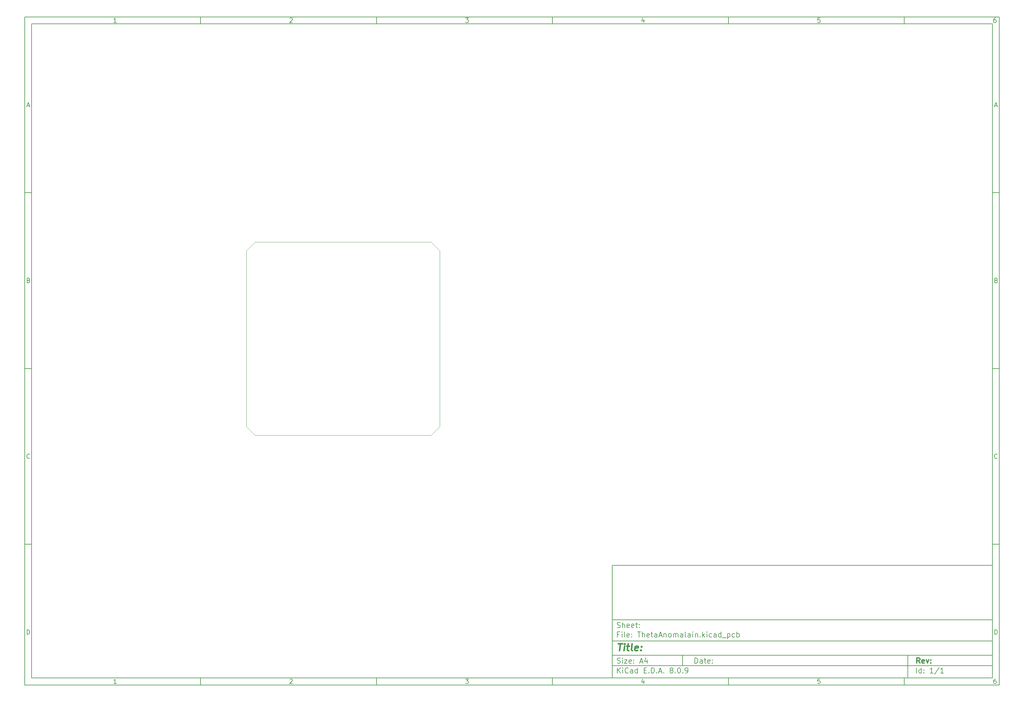
<source format=gbr>
%TF.GenerationSoftware,KiCad,Pcbnew,8.0.9-8.0.9-0~ubuntu24.04.1*%
%TF.CreationDate,2025-05-06T11:39:43+05:00*%
%TF.ProjectId,ThetaAnomalain,54686574-6141-46e6-9f6d-616c61696e2e,rev?*%
%TF.SameCoordinates,Original*%
%TF.FileFunction,Profile,NP*%
%FSLAX46Y46*%
G04 Gerber Fmt 4.6, Leading zero omitted, Abs format (unit mm)*
G04 Created by KiCad (PCBNEW 8.0.9-8.0.9-0~ubuntu24.04.1) date 2025-05-06 11:39:43*
%MOMM*%
%LPD*%
G01*
G04 APERTURE LIST*
%ADD10C,0.100000*%
%ADD11C,0.150000*%
%ADD12C,0.300000*%
%ADD13C,0.400000*%
%TA.AperFunction,Profile*%
%ADD14C,0.050000*%
%TD*%
G04 APERTURE END LIST*
D10*
D11*
X177002200Y-166007200D02*
X285002200Y-166007200D01*
X285002200Y-198007200D01*
X177002200Y-198007200D01*
X177002200Y-166007200D01*
D10*
D11*
X10000000Y-10000000D02*
X287002200Y-10000000D01*
X287002200Y-200007200D01*
X10000000Y-200007200D01*
X10000000Y-10000000D01*
D10*
D11*
X12000000Y-12000000D02*
X285002200Y-12000000D01*
X285002200Y-198007200D01*
X12000000Y-198007200D01*
X12000000Y-12000000D01*
D10*
D11*
X60000000Y-12000000D02*
X60000000Y-10000000D01*
D10*
D11*
X110000000Y-12000000D02*
X110000000Y-10000000D01*
D10*
D11*
X160000000Y-12000000D02*
X160000000Y-10000000D01*
D10*
D11*
X210000000Y-12000000D02*
X210000000Y-10000000D01*
D10*
D11*
X260000000Y-12000000D02*
X260000000Y-10000000D01*
D10*
D11*
X36089160Y-11593604D02*
X35346303Y-11593604D01*
X35717731Y-11593604D02*
X35717731Y-10293604D01*
X35717731Y-10293604D02*
X35593922Y-10479319D01*
X35593922Y-10479319D02*
X35470112Y-10603128D01*
X35470112Y-10603128D02*
X35346303Y-10665033D01*
D10*
D11*
X85346303Y-10417414D02*
X85408207Y-10355509D01*
X85408207Y-10355509D02*
X85532017Y-10293604D01*
X85532017Y-10293604D02*
X85841541Y-10293604D01*
X85841541Y-10293604D02*
X85965350Y-10355509D01*
X85965350Y-10355509D02*
X86027255Y-10417414D01*
X86027255Y-10417414D02*
X86089160Y-10541223D01*
X86089160Y-10541223D02*
X86089160Y-10665033D01*
X86089160Y-10665033D02*
X86027255Y-10850747D01*
X86027255Y-10850747D02*
X85284398Y-11593604D01*
X85284398Y-11593604D02*
X86089160Y-11593604D01*
D10*
D11*
X135284398Y-10293604D02*
X136089160Y-10293604D01*
X136089160Y-10293604D02*
X135655826Y-10788842D01*
X135655826Y-10788842D02*
X135841541Y-10788842D01*
X135841541Y-10788842D02*
X135965350Y-10850747D01*
X135965350Y-10850747D02*
X136027255Y-10912652D01*
X136027255Y-10912652D02*
X136089160Y-11036461D01*
X136089160Y-11036461D02*
X136089160Y-11345985D01*
X136089160Y-11345985D02*
X136027255Y-11469795D01*
X136027255Y-11469795D02*
X135965350Y-11531700D01*
X135965350Y-11531700D02*
X135841541Y-11593604D01*
X135841541Y-11593604D02*
X135470112Y-11593604D01*
X135470112Y-11593604D02*
X135346303Y-11531700D01*
X135346303Y-11531700D02*
X135284398Y-11469795D01*
D10*
D11*
X185965350Y-10726938D02*
X185965350Y-11593604D01*
X185655826Y-10231700D02*
X185346303Y-11160271D01*
X185346303Y-11160271D02*
X186151064Y-11160271D01*
D10*
D11*
X236027255Y-10293604D02*
X235408207Y-10293604D01*
X235408207Y-10293604D02*
X235346303Y-10912652D01*
X235346303Y-10912652D02*
X235408207Y-10850747D01*
X235408207Y-10850747D02*
X235532017Y-10788842D01*
X235532017Y-10788842D02*
X235841541Y-10788842D01*
X235841541Y-10788842D02*
X235965350Y-10850747D01*
X235965350Y-10850747D02*
X236027255Y-10912652D01*
X236027255Y-10912652D02*
X236089160Y-11036461D01*
X236089160Y-11036461D02*
X236089160Y-11345985D01*
X236089160Y-11345985D02*
X236027255Y-11469795D01*
X236027255Y-11469795D02*
X235965350Y-11531700D01*
X235965350Y-11531700D02*
X235841541Y-11593604D01*
X235841541Y-11593604D02*
X235532017Y-11593604D01*
X235532017Y-11593604D02*
X235408207Y-11531700D01*
X235408207Y-11531700D02*
X235346303Y-11469795D01*
D10*
D11*
X285965350Y-10293604D02*
X285717731Y-10293604D01*
X285717731Y-10293604D02*
X285593922Y-10355509D01*
X285593922Y-10355509D02*
X285532017Y-10417414D01*
X285532017Y-10417414D02*
X285408207Y-10603128D01*
X285408207Y-10603128D02*
X285346303Y-10850747D01*
X285346303Y-10850747D02*
X285346303Y-11345985D01*
X285346303Y-11345985D02*
X285408207Y-11469795D01*
X285408207Y-11469795D02*
X285470112Y-11531700D01*
X285470112Y-11531700D02*
X285593922Y-11593604D01*
X285593922Y-11593604D02*
X285841541Y-11593604D01*
X285841541Y-11593604D02*
X285965350Y-11531700D01*
X285965350Y-11531700D02*
X286027255Y-11469795D01*
X286027255Y-11469795D02*
X286089160Y-11345985D01*
X286089160Y-11345985D02*
X286089160Y-11036461D01*
X286089160Y-11036461D02*
X286027255Y-10912652D01*
X286027255Y-10912652D02*
X285965350Y-10850747D01*
X285965350Y-10850747D02*
X285841541Y-10788842D01*
X285841541Y-10788842D02*
X285593922Y-10788842D01*
X285593922Y-10788842D02*
X285470112Y-10850747D01*
X285470112Y-10850747D02*
X285408207Y-10912652D01*
X285408207Y-10912652D02*
X285346303Y-11036461D01*
D10*
D11*
X60000000Y-198007200D02*
X60000000Y-200007200D01*
D10*
D11*
X110000000Y-198007200D02*
X110000000Y-200007200D01*
D10*
D11*
X160000000Y-198007200D02*
X160000000Y-200007200D01*
D10*
D11*
X210000000Y-198007200D02*
X210000000Y-200007200D01*
D10*
D11*
X260000000Y-198007200D02*
X260000000Y-200007200D01*
D10*
D11*
X36089160Y-199600804D02*
X35346303Y-199600804D01*
X35717731Y-199600804D02*
X35717731Y-198300804D01*
X35717731Y-198300804D02*
X35593922Y-198486519D01*
X35593922Y-198486519D02*
X35470112Y-198610328D01*
X35470112Y-198610328D02*
X35346303Y-198672233D01*
D10*
D11*
X85346303Y-198424614D02*
X85408207Y-198362709D01*
X85408207Y-198362709D02*
X85532017Y-198300804D01*
X85532017Y-198300804D02*
X85841541Y-198300804D01*
X85841541Y-198300804D02*
X85965350Y-198362709D01*
X85965350Y-198362709D02*
X86027255Y-198424614D01*
X86027255Y-198424614D02*
X86089160Y-198548423D01*
X86089160Y-198548423D02*
X86089160Y-198672233D01*
X86089160Y-198672233D02*
X86027255Y-198857947D01*
X86027255Y-198857947D02*
X85284398Y-199600804D01*
X85284398Y-199600804D02*
X86089160Y-199600804D01*
D10*
D11*
X135284398Y-198300804D02*
X136089160Y-198300804D01*
X136089160Y-198300804D02*
X135655826Y-198796042D01*
X135655826Y-198796042D02*
X135841541Y-198796042D01*
X135841541Y-198796042D02*
X135965350Y-198857947D01*
X135965350Y-198857947D02*
X136027255Y-198919852D01*
X136027255Y-198919852D02*
X136089160Y-199043661D01*
X136089160Y-199043661D02*
X136089160Y-199353185D01*
X136089160Y-199353185D02*
X136027255Y-199476995D01*
X136027255Y-199476995D02*
X135965350Y-199538900D01*
X135965350Y-199538900D02*
X135841541Y-199600804D01*
X135841541Y-199600804D02*
X135470112Y-199600804D01*
X135470112Y-199600804D02*
X135346303Y-199538900D01*
X135346303Y-199538900D02*
X135284398Y-199476995D01*
D10*
D11*
X185965350Y-198734138D02*
X185965350Y-199600804D01*
X185655826Y-198238900D02*
X185346303Y-199167471D01*
X185346303Y-199167471D02*
X186151064Y-199167471D01*
D10*
D11*
X236027255Y-198300804D02*
X235408207Y-198300804D01*
X235408207Y-198300804D02*
X235346303Y-198919852D01*
X235346303Y-198919852D02*
X235408207Y-198857947D01*
X235408207Y-198857947D02*
X235532017Y-198796042D01*
X235532017Y-198796042D02*
X235841541Y-198796042D01*
X235841541Y-198796042D02*
X235965350Y-198857947D01*
X235965350Y-198857947D02*
X236027255Y-198919852D01*
X236027255Y-198919852D02*
X236089160Y-199043661D01*
X236089160Y-199043661D02*
X236089160Y-199353185D01*
X236089160Y-199353185D02*
X236027255Y-199476995D01*
X236027255Y-199476995D02*
X235965350Y-199538900D01*
X235965350Y-199538900D02*
X235841541Y-199600804D01*
X235841541Y-199600804D02*
X235532017Y-199600804D01*
X235532017Y-199600804D02*
X235408207Y-199538900D01*
X235408207Y-199538900D02*
X235346303Y-199476995D01*
D10*
D11*
X285965350Y-198300804D02*
X285717731Y-198300804D01*
X285717731Y-198300804D02*
X285593922Y-198362709D01*
X285593922Y-198362709D02*
X285532017Y-198424614D01*
X285532017Y-198424614D02*
X285408207Y-198610328D01*
X285408207Y-198610328D02*
X285346303Y-198857947D01*
X285346303Y-198857947D02*
X285346303Y-199353185D01*
X285346303Y-199353185D02*
X285408207Y-199476995D01*
X285408207Y-199476995D02*
X285470112Y-199538900D01*
X285470112Y-199538900D02*
X285593922Y-199600804D01*
X285593922Y-199600804D02*
X285841541Y-199600804D01*
X285841541Y-199600804D02*
X285965350Y-199538900D01*
X285965350Y-199538900D02*
X286027255Y-199476995D01*
X286027255Y-199476995D02*
X286089160Y-199353185D01*
X286089160Y-199353185D02*
X286089160Y-199043661D01*
X286089160Y-199043661D02*
X286027255Y-198919852D01*
X286027255Y-198919852D02*
X285965350Y-198857947D01*
X285965350Y-198857947D02*
X285841541Y-198796042D01*
X285841541Y-198796042D02*
X285593922Y-198796042D01*
X285593922Y-198796042D02*
X285470112Y-198857947D01*
X285470112Y-198857947D02*
X285408207Y-198919852D01*
X285408207Y-198919852D02*
X285346303Y-199043661D01*
D10*
D11*
X10000000Y-60000000D02*
X12000000Y-60000000D01*
D10*
D11*
X10000000Y-110000000D02*
X12000000Y-110000000D01*
D10*
D11*
X10000000Y-160000000D02*
X12000000Y-160000000D01*
D10*
D11*
X10690476Y-35222176D02*
X11309523Y-35222176D01*
X10566666Y-35593604D02*
X10999999Y-34293604D01*
X10999999Y-34293604D02*
X11433333Y-35593604D01*
D10*
D11*
X11092857Y-84912652D02*
X11278571Y-84974557D01*
X11278571Y-84974557D02*
X11340476Y-85036461D01*
X11340476Y-85036461D02*
X11402380Y-85160271D01*
X11402380Y-85160271D02*
X11402380Y-85345985D01*
X11402380Y-85345985D02*
X11340476Y-85469795D01*
X11340476Y-85469795D02*
X11278571Y-85531700D01*
X11278571Y-85531700D02*
X11154761Y-85593604D01*
X11154761Y-85593604D02*
X10659523Y-85593604D01*
X10659523Y-85593604D02*
X10659523Y-84293604D01*
X10659523Y-84293604D02*
X11092857Y-84293604D01*
X11092857Y-84293604D02*
X11216666Y-84355509D01*
X11216666Y-84355509D02*
X11278571Y-84417414D01*
X11278571Y-84417414D02*
X11340476Y-84541223D01*
X11340476Y-84541223D02*
X11340476Y-84665033D01*
X11340476Y-84665033D02*
X11278571Y-84788842D01*
X11278571Y-84788842D02*
X11216666Y-84850747D01*
X11216666Y-84850747D02*
X11092857Y-84912652D01*
X11092857Y-84912652D02*
X10659523Y-84912652D01*
D10*
D11*
X11402380Y-135469795D02*
X11340476Y-135531700D01*
X11340476Y-135531700D02*
X11154761Y-135593604D01*
X11154761Y-135593604D02*
X11030952Y-135593604D01*
X11030952Y-135593604D02*
X10845238Y-135531700D01*
X10845238Y-135531700D02*
X10721428Y-135407890D01*
X10721428Y-135407890D02*
X10659523Y-135284080D01*
X10659523Y-135284080D02*
X10597619Y-135036461D01*
X10597619Y-135036461D02*
X10597619Y-134850747D01*
X10597619Y-134850747D02*
X10659523Y-134603128D01*
X10659523Y-134603128D02*
X10721428Y-134479319D01*
X10721428Y-134479319D02*
X10845238Y-134355509D01*
X10845238Y-134355509D02*
X11030952Y-134293604D01*
X11030952Y-134293604D02*
X11154761Y-134293604D01*
X11154761Y-134293604D02*
X11340476Y-134355509D01*
X11340476Y-134355509D02*
X11402380Y-134417414D01*
D10*
D11*
X10659523Y-185593604D02*
X10659523Y-184293604D01*
X10659523Y-184293604D02*
X10969047Y-184293604D01*
X10969047Y-184293604D02*
X11154761Y-184355509D01*
X11154761Y-184355509D02*
X11278571Y-184479319D01*
X11278571Y-184479319D02*
X11340476Y-184603128D01*
X11340476Y-184603128D02*
X11402380Y-184850747D01*
X11402380Y-184850747D02*
X11402380Y-185036461D01*
X11402380Y-185036461D02*
X11340476Y-185284080D01*
X11340476Y-185284080D02*
X11278571Y-185407890D01*
X11278571Y-185407890D02*
X11154761Y-185531700D01*
X11154761Y-185531700D02*
X10969047Y-185593604D01*
X10969047Y-185593604D02*
X10659523Y-185593604D01*
D10*
D11*
X287002200Y-60000000D02*
X285002200Y-60000000D01*
D10*
D11*
X287002200Y-110000000D02*
X285002200Y-110000000D01*
D10*
D11*
X287002200Y-160000000D02*
X285002200Y-160000000D01*
D10*
D11*
X285692676Y-35222176D02*
X286311723Y-35222176D01*
X285568866Y-35593604D02*
X286002199Y-34293604D01*
X286002199Y-34293604D02*
X286435533Y-35593604D01*
D10*
D11*
X286095057Y-84912652D02*
X286280771Y-84974557D01*
X286280771Y-84974557D02*
X286342676Y-85036461D01*
X286342676Y-85036461D02*
X286404580Y-85160271D01*
X286404580Y-85160271D02*
X286404580Y-85345985D01*
X286404580Y-85345985D02*
X286342676Y-85469795D01*
X286342676Y-85469795D02*
X286280771Y-85531700D01*
X286280771Y-85531700D02*
X286156961Y-85593604D01*
X286156961Y-85593604D02*
X285661723Y-85593604D01*
X285661723Y-85593604D02*
X285661723Y-84293604D01*
X285661723Y-84293604D02*
X286095057Y-84293604D01*
X286095057Y-84293604D02*
X286218866Y-84355509D01*
X286218866Y-84355509D02*
X286280771Y-84417414D01*
X286280771Y-84417414D02*
X286342676Y-84541223D01*
X286342676Y-84541223D02*
X286342676Y-84665033D01*
X286342676Y-84665033D02*
X286280771Y-84788842D01*
X286280771Y-84788842D02*
X286218866Y-84850747D01*
X286218866Y-84850747D02*
X286095057Y-84912652D01*
X286095057Y-84912652D02*
X285661723Y-84912652D01*
D10*
D11*
X286404580Y-135469795D02*
X286342676Y-135531700D01*
X286342676Y-135531700D02*
X286156961Y-135593604D01*
X286156961Y-135593604D02*
X286033152Y-135593604D01*
X286033152Y-135593604D02*
X285847438Y-135531700D01*
X285847438Y-135531700D02*
X285723628Y-135407890D01*
X285723628Y-135407890D02*
X285661723Y-135284080D01*
X285661723Y-135284080D02*
X285599819Y-135036461D01*
X285599819Y-135036461D02*
X285599819Y-134850747D01*
X285599819Y-134850747D02*
X285661723Y-134603128D01*
X285661723Y-134603128D02*
X285723628Y-134479319D01*
X285723628Y-134479319D02*
X285847438Y-134355509D01*
X285847438Y-134355509D02*
X286033152Y-134293604D01*
X286033152Y-134293604D02*
X286156961Y-134293604D01*
X286156961Y-134293604D02*
X286342676Y-134355509D01*
X286342676Y-134355509D02*
X286404580Y-134417414D01*
D10*
D11*
X285661723Y-185593604D02*
X285661723Y-184293604D01*
X285661723Y-184293604D02*
X285971247Y-184293604D01*
X285971247Y-184293604D02*
X286156961Y-184355509D01*
X286156961Y-184355509D02*
X286280771Y-184479319D01*
X286280771Y-184479319D02*
X286342676Y-184603128D01*
X286342676Y-184603128D02*
X286404580Y-184850747D01*
X286404580Y-184850747D02*
X286404580Y-185036461D01*
X286404580Y-185036461D02*
X286342676Y-185284080D01*
X286342676Y-185284080D02*
X286280771Y-185407890D01*
X286280771Y-185407890D02*
X286156961Y-185531700D01*
X286156961Y-185531700D02*
X285971247Y-185593604D01*
X285971247Y-185593604D02*
X285661723Y-185593604D01*
D10*
D11*
X200458026Y-193793328D02*
X200458026Y-192293328D01*
X200458026Y-192293328D02*
X200815169Y-192293328D01*
X200815169Y-192293328D02*
X201029455Y-192364757D01*
X201029455Y-192364757D02*
X201172312Y-192507614D01*
X201172312Y-192507614D02*
X201243741Y-192650471D01*
X201243741Y-192650471D02*
X201315169Y-192936185D01*
X201315169Y-192936185D02*
X201315169Y-193150471D01*
X201315169Y-193150471D02*
X201243741Y-193436185D01*
X201243741Y-193436185D02*
X201172312Y-193579042D01*
X201172312Y-193579042D02*
X201029455Y-193721900D01*
X201029455Y-193721900D02*
X200815169Y-193793328D01*
X200815169Y-193793328D02*
X200458026Y-193793328D01*
X202600884Y-193793328D02*
X202600884Y-193007614D01*
X202600884Y-193007614D02*
X202529455Y-192864757D01*
X202529455Y-192864757D02*
X202386598Y-192793328D01*
X202386598Y-192793328D02*
X202100884Y-192793328D01*
X202100884Y-192793328D02*
X201958026Y-192864757D01*
X202600884Y-193721900D02*
X202458026Y-193793328D01*
X202458026Y-193793328D02*
X202100884Y-193793328D01*
X202100884Y-193793328D02*
X201958026Y-193721900D01*
X201958026Y-193721900D02*
X201886598Y-193579042D01*
X201886598Y-193579042D02*
X201886598Y-193436185D01*
X201886598Y-193436185D02*
X201958026Y-193293328D01*
X201958026Y-193293328D02*
X202100884Y-193221900D01*
X202100884Y-193221900D02*
X202458026Y-193221900D01*
X202458026Y-193221900D02*
X202600884Y-193150471D01*
X203100884Y-192793328D02*
X203672312Y-192793328D01*
X203315169Y-192293328D02*
X203315169Y-193579042D01*
X203315169Y-193579042D02*
X203386598Y-193721900D01*
X203386598Y-193721900D02*
X203529455Y-193793328D01*
X203529455Y-193793328D02*
X203672312Y-193793328D01*
X204743741Y-193721900D02*
X204600884Y-193793328D01*
X204600884Y-193793328D02*
X204315170Y-193793328D01*
X204315170Y-193793328D02*
X204172312Y-193721900D01*
X204172312Y-193721900D02*
X204100884Y-193579042D01*
X204100884Y-193579042D02*
X204100884Y-193007614D01*
X204100884Y-193007614D02*
X204172312Y-192864757D01*
X204172312Y-192864757D02*
X204315170Y-192793328D01*
X204315170Y-192793328D02*
X204600884Y-192793328D01*
X204600884Y-192793328D02*
X204743741Y-192864757D01*
X204743741Y-192864757D02*
X204815170Y-193007614D01*
X204815170Y-193007614D02*
X204815170Y-193150471D01*
X204815170Y-193150471D02*
X204100884Y-193293328D01*
X205458026Y-193650471D02*
X205529455Y-193721900D01*
X205529455Y-193721900D02*
X205458026Y-193793328D01*
X205458026Y-193793328D02*
X205386598Y-193721900D01*
X205386598Y-193721900D02*
X205458026Y-193650471D01*
X205458026Y-193650471D02*
X205458026Y-193793328D01*
X205458026Y-192864757D02*
X205529455Y-192936185D01*
X205529455Y-192936185D02*
X205458026Y-193007614D01*
X205458026Y-193007614D02*
X205386598Y-192936185D01*
X205386598Y-192936185D02*
X205458026Y-192864757D01*
X205458026Y-192864757D02*
X205458026Y-193007614D01*
D10*
D11*
X177002200Y-194507200D02*
X285002200Y-194507200D01*
D10*
D11*
X178458026Y-196593328D02*
X178458026Y-195093328D01*
X179315169Y-196593328D02*
X178672312Y-195736185D01*
X179315169Y-195093328D02*
X178458026Y-195950471D01*
X179958026Y-196593328D02*
X179958026Y-195593328D01*
X179958026Y-195093328D02*
X179886598Y-195164757D01*
X179886598Y-195164757D02*
X179958026Y-195236185D01*
X179958026Y-195236185D02*
X180029455Y-195164757D01*
X180029455Y-195164757D02*
X179958026Y-195093328D01*
X179958026Y-195093328D02*
X179958026Y-195236185D01*
X181529455Y-196450471D02*
X181458027Y-196521900D01*
X181458027Y-196521900D02*
X181243741Y-196593328D01*
X181243741Y-196593328D02*
X181100884Y-196593328D01*
X181100884Y-196593328D02*
X180886598Y-196521900D01*
X180886598Y-196521900D02*
X180743741Y-196379042D01*
X180743741Y-196379042D02*
X180672312Y-196236185D01*
X180672312Y-196236185D02*
X180600884Y-195950471D01*
X180600884Y-195950471D02*
X180600884Y-195736185D01*
X180600884Y-195736185D02*
X180672312Y-195450471D01*
X180672312Y-195450471D02*
X180743741Y-195307614D01*
X180743741Y-195307614D02*
X180886598Y-195164757D01*
X180886598Y-195164757D02*
X181100884Y-195093328D01*
X181100884Y-195093328D02*
X181243741Y-195093328D01*
X181243741Y-195093328D02*
X181458027Y-195164757D01*
X181458027Y-195164757D02*
X181529455Y-195236185D01*
X182815170Y-196593328D02*
X182815170Y-195807614D01*
X182815170Y-195807614D02*
X182743741Y-195664757D01*
X182743741Y-195664757D02*
X182600884Y-195593328D01*
X182600884Y-195593328D02*
X182315170Y-195593328D01*
X182315170Y-195593328D02*
X182172312Y-195664757D01*
X182815170Y-196521900D02*
X182672312Y-196593328D01*
X182672312Y-196593328D02*
X182315170Y-196593328D01*
X182315170Y-196593328D02*
X182172312Y-196521900D01*
X182172312Y-196521900D02*
X182100884Y-196379042D01*
X182100884Y-196379042D02*
X182100884Y-196236185D01*
X182100884Y-196236185D02*
X182172312Y-196093328D01*
X182172312Y-196093328D02*
X182315170Y-196021900D01*
X182315170Y-196021900D02*
X182672312Y-196021900D01*
X182672312Y-196021900D02*
X182815170Y-195950471D01*
X184172313Y-196593328D02*
X184172313Y-195093328D01*
X184172313Y-196521900D02*
X184029455Y-196593328D01*
X184029455Y-196593328D02*
X183743741Y-196593328D01*
X183743741Y-196593328D02*
X183600884Y-196521900D01*
X183600884Y-196521900D02*
X183529455Y-196450471D01*
X183529455Y-196450471D02*
X183458027Y-196307614D01*
X183458027Y-196307614D02*
X183458027Y-195879042D01*
X183458027Y-195879042D02*
X183529455Y-195736185D01*
X183529455Y-195736185D02*
X183600884Y-195664757D01*
X183600884Y-195664757D02*
X183743741Y-195593328D01*
X183743741Y-195593328D02*
X184029455Y-195593328D01*
X184029455Y-195593328D02*
X184172313Y-195664757D01*
X186029455Y-195807614D02*
X186529455Y-195807614D01*
X186743741Y-196593328D02*
X186029455Y-196593328D01*
X186029455Y-196593328D02*
X186029455Y-195093328D01*
X186029455Y-195093328D02*
X186743741Y-195093328D01*
X187386598Y-196450471D02*
X187458027Y-196521900D01*
X187458027Y-196521900D02*
X187386598Y-196593328D01*
X187386598Y-196593328D02*
X187315170Y-196521900D01*
X187315170Y-196521900D02*
X187386598Y-196450471D01*
X187386598Y-196450471D02*
X187386598Y-196593328D01*
X188100884Y-196593328D02*
X188100884Y-195093328D01*
X188100884Y-195093328D02*
X188458027Y-195093328D01*
X188458027Y-195093328D02*
X188672313Y-195164757D01*
X188672313Y-195164757D02*
X188815170Y-195307614D01*
X188815170Y-195307614D02*
X188886599Y-195450471D01*
X188886599Y-195450471D02*
X188958027Y-195736185D01*
X188958027Y-195736185D02*
X188958027Y-195950471D01*
X188958027Y-195950471D02*
X188886599Y-196236185D01*
X188886599Y-196236185D02*
X188815170Y-196379042D01*
X188815170Y-196379042D02*
X188672313Y-196521900D01*
X188672313Y-196521900D02*
X188458027Y-196593328D01*
X188458027Y-196593328D02*
X188100884Y-196593328D01*
X189600884Y-196450471D02*
X189672313Y-196521900D01*
X189672313Y-196521900D02*
X189600884Y-196593328D01*
X189600884Y-196593328D02*
X189529456Y-196521900D01*
X189529456Y-196521900D02*
X189600884Y-196450471D01*
X189600884Y-196450471D02*
X189600884Y-196593328D01*
X190243742Y-196164757D02*
X190958028Y-196164757D01*
X190100885Y-196593328D02*
X190600885Y-195093328D01*
X190600885Y-195093328D02*
X191100885Y-196593328D01*
X191600884Y-196450471D02*
X191672313Y-196521900D01*
X191672313Y-196521900D02*
X191600884Y-196593328D01*
X191600884Y-196593328D02*
X191529456Y-196521900D01*
X191529456Y-196521900D02*
X191600884Y-196450471D01*
X191600884Y-196450471D02*
X191600884Y-196593328D01*
X193672313Y-195736185D02*
X193529456Y-195664757D01*
X193529456Y-195664757D02*
X193458027Y-195593328D01*
X193458027Y-195593328D02*
X193386599Y-195450471D01*
X193386599Y-195450471D02*
X193386599Y-195379042D01*
X193386599Y-195379042D02*
X193458027Y-195236185D01*
X193458027Y-195236185D02*
X193529456Y-195164757D01*
X193529456Y-195164757D02*
X193672313Y-195093328D01*
X193672313Y-195093328D02*
X193958027Y-195093328D01*
X193958027Y-195093328D02*
X194100885Y-195164757D01*
X194100885Y-195164757D02*
X194172313Y-195236185D01*
X194172313Y-195236185D02*
X194243742Y-195379042D01*
X194243742Y-195379042D02*
X194243742Y-195450471D01*
X194243742Y-195450471D02*
X194172313Y-195593328D01*
X194172313Y-195593328D02*
X194100885Y-195664757D01*
X194100885Y-195664757D02*
X193958027Y-195736185D01*
X193958027Y-195736185D02*
X193672313Y-195736185D01*
X193672313Y-195736185D02*
X193529456Y-195807614D01*
X193529456Y-195807614D02*
X193458027Y-195879042D01*
X193458027Y-195879042D02*
X193386599Y-196021900D01*
X193386599Y-196021900D02*
X193386599Y-196307614D01*
X193386599Y-196307614D02*
X193458027Y-196450471D01*
X193458027Y-196450471D02*
X193529456Y-196521900D01*
X193529456Y-196521900D02*
X193672313Y-196593328D01*
X193672313Y-196593328D02*
X193958027Y-196593328D01*
X193958027Y-196593328D02*
X194100885Y-196521900D01*
X194100885Y-196521900D02*
X194172313Y-196450471D01*
X194172313Y-196450471D02*
X194243742Y-196307614D01*
X194243742Y-196307614D02*
X194243742Y-196021900D01*
X194243742Y-196021900D02*
X194172313Y-195879042D01*
X194172313Y-195879042D02*
X194100885Y-195807614D01*
X194100885Y-195807614D02*
X193958027Y-195736185D01*
X194886598Y-196450471D02*
X194958027Y-196521900D01*
X194958027Y-196521900D02*
X194886598Y-196593328D01*
X194886598Y-196593328D02*
X194815170Y-196521900D01*
X194815170Y-196521900D02*
X194886598Y-196450471D01*
X194886598Y-196450471D02*
X194886598Y-196593328D01*
X195886599Y-195093328D02*
X196029456Y-195093328D01*
X196029456Y-195093328D02*
X196172313Y-195164757D01*
X196172313Y-195164757D02*
X196243742Y-195236185D01*
X196243742Y-195236185D02*
X196315170Y-195379042D01*
X196315170Y-195379042D02*
X196386599Y-195664757D01*
X196386599Y-195664757D02*
X196386599Y-196021900D01*
X196386599Y-196021900D02*
X196315170Y-196307614D01*
X196315170Y-196307614D02*
X196243742Y-196450471D01*
X196243742Y-196450471D02*
X196172313Y-196521900D01*
X196172313Y-196521900D02*
X196029456Y-196593328D01*
X196029456Y-196593328D02*
X195886599Y-196593328D01*
X195886599Y-196593328D02*
X195743742Y-196521900D01*
X195743742Y-196521900D02*
X195672313Y-196450471D01*
X195672313Y-196450471D02*
X195600884Y-196307614D01*
X195600884Y-196307614D02*
X195529456Y-196021900D01*
X195529456Y-196021900D02*
X195529456Y-195664757D01*
X195529456Y-195664757D02*
X195600884Y-195379042D01*
X195600884Y-195379042D02*
X195672313Y-195236185D01*
X195672313Y-195236185D02*
X195743742Y-195164757D01*
X195743742Y-195164757D02*
X195886599Y-195093328D01*
X197029455Y-196450471D02*
X197100884Y-196521900D01*
X197100884Y-196521900D02*
X197029455Y-196593328D01*
X197029455Y-196593328D02*
X196958027Y-196521900D01*
X196958027Y-196521900D02*
X197029455Y-196450471D01*
X197029455Y-196450471D02*
X197029455Y-196593328D01*
X197815170Y-196593328D02*
X198100884Y-196593328D01*
X198100884Y-196593328D02*
X198243741Y-196521900D01*
X198243741Y-196521900D02*
X198315170Y-196450471D01*
X198315170Y-196450471D02*
X198458027Y-196236185D01*
X198458027Y-196236185D02*
X198529456Y-195950471D01*
X198529456Y-195950471D02*
X198529456Y-195379042D01*
X198529456Y-195379042D02*
X198458027Y-195236185D01*
X198458027Y-195236185D02*
X198386599Y-195164757D01*
X198386599Y-195164757D02*
X198243741Y-195093328D01*
X198243741Y-195093328D02*
X197958027Y-195093328D01*
X197958027Y-195093328D02*
X197815170Y-195164757D01*
X197815170Y-195164757D02*
X197743741Y-195236185D01*
X197743741Y-195236185D02*
X197672313Y-195379042D01*
X197672313Y-195379042D02*
X197672313Y-195736185D01*
X197672313Y-195736185D02*
X197743741Y-195879042D01*
X197743741Y-195879042D02*
X197815170Y-195950471D01*
X197815170Y-195950471D02*
X197958027Y-196021900D01*
X197958027Y-196021900D02*
X198243741Y-196021900D01*
X198243741Y-196021900D02*
X198386599Y-195950471D01*
X198386599Y-195950471D02*
X198458027Y-195879042D01*
X198458027Y-195879042D02*
X198529456Y-195736185D01*
D10*
D11*
X177002200Y-191507200D02*
X285002200Y-191507200D01*
D10*
D12*
X264413853Y-193785528D02*
X263913853Y-193071242D01*
X263556710Y-193785528D02*
X263556710Y-192285528D01*
X263556710Y-192285528D02*
X264128139Y-192285528D01*
X264128139Y-192285528D02*
X264270996Y-192356957D01*
X264270996Y-192356957D02*
X264342425Y-192428385D01*
X264342425Y-192428385D02*
X264413853Y-192571242D01*
X264413853Y-192571242D02*
X264413853Y-192785528D01*
X264413853Y-192785528D02*
X264342425Y-192928385D01*
X264342425Y-192928385D02*
X264270996Y-192999814D01*
X264270996Y-192999814D02*
X264128139Y-193071242D01*
X264128139Y-193071242D02*
X263556710Y-193071242D01*
X265628139Y-193714100D02*
X265485282Y-193785528D01*
X265485282Y-193785528D02*
X265199568Y-193785528D01*
X265199568Y-193785528D02*
X265056710Y-193714100D01*
X265056710Y-193714100D02*
X264985282Y-193571242D01*
X264985282Y-193571242D02*
X264985282Y-192999814D01*
X264985282Y-192999814D02*
X265056710Y-192856957D01*
X265056710Y-192856957D02*
X265199568Y-192785528D01*
X265199568Y-192785528D02*
X265485282Y-192785528D01*
X265485282Y-192785528D02*
X265628139Y-192856957D01*
X265628139Y-192856957D02*
X265699568Y-192999814D01*
X265699568Y-192999814D02*
X265699568Y-193142671D01*
X265699568Y-193142671D02*
X264985282Y-193285528D01*
X266199567Y-192785528D02*
X266556710Y-193785528D01*
X266556710Y-193785528D02*
X266913853Y-192785528D01*
X267485281Y-193642671D02*
X267556710Y-193714100D01*
X267556710Y-193714100D02*
X267485281Y-193785528D01*
X267485281Y-193785528D02*
X267413853Y-193714100D01*
X267413853Y-193714100D02*
X267485281Y-193642671D01*
X267485281Y-193642671D02*
X267485281Y-193785528D01*
X267485281Y-192856957D02*
X267556710Y-192928385D01*
X267556710Y-192928385D02*
X267485281Y-192999814D01*
X267485281Y-192999814D02*
X267413853Y-192928385D01*
X267413853Y-192928385D02*
X267485281Y-192856957D01*
X267485281Y-192856957D02*
X267485281Y-192999814D01*
D10*
D11*
X178386598Y-193721900D02*
X178600884Y-193793328D01*
X178600884Y-193793328D02*
X178958026Y-193793328D01*
X178958026Y-193793328D02*
X179100884Y-193721900D01*
X179100884Y-193721900D02*
X179172312Y-193650471D01*
X179172312Y-193650471D02*
X179243741Y-193507614D01*
X179243741Y-193507614D02*
X179243741Y-193364757D01*
X179243741Y-193364757D02*
X179172312Y-193221900D01*
X179172312Y-193221900D02*
X179100884Y-193150471D01*
X179100884Y-193150471D02*
X178958026Y-193079042D01*
X178958026Y-193079042D02*
X178672312Y-193007614D01*
X178672312Y-193007614D02*
X178529455Y-192936185D01*
X178529455Y-192936185D02*
X178458026Y-192864757D01*
X178458026Y-192864757D02*
X178386598Y-192721900D01*
X178386598Y-192721900D02*
X178386598Y-192579042D01*
X178386598Y-192579042D02*
X178458026Y-192436185D01*
X178458026Y-192436185D02*
X178529455Y-192364757D01*
X178529455Y-192364757D02*
X178672312Y-192293328D01*
X178672312Y-192293328D02*
X179029455Y-192293328D01*
X179029455Y-192293328D02*
X179243741Y-192364757D01*
X179886597Y-193793328D02*
X179886597Y-192793328D01*
X179886597Y-192293328D02*
X179815169Y-192364757D01*
X179815169Y-192364757D02*
X179886597Y-192436185D01*
X179886597Y-192436185D02*
X179958026Y-192364757D01*
X179958026Y-192364757D02*
X179886597Y-192293328D01*
X179886597Y-192293328D02*
X179886597Y-192436185D01*
X180458026Y-192793328D02*
X181243741Y-192793328D01*
X181243741Y-192793328D02*
X180458026Y-193793328D01*
X180458026Y-193793328D02*
X181243741Y-193793328D01*
X182386598Y-193721900D02*
X182243741Y-193793328D01*
X182243741Y-193793328D02*
X181958027Y-193793328D01*
X181958027Y-193793328D02*
X181815169Y-193721900D01*
X181815169Y-193721900D02*
X181743741Y-193579042D01*
X181743741Y-193579042D02*
X181743741Y-193007614D01*
X181743741Y-193007614D02*
X181815169Y-192864757D01*
X181815169Y-192864757D02*
X181958027Y-192793328D01*
X181958027Y-192793328D02*
X182243741Y-192793328D01*
X182243741Y-192793328D02*
X182386598Y-192864757D01*
X182386598Y-192864757D02*
X182458027Y-193007614D01*
X182458027Y-193007614D02*
X182458027Y-193150471D01*
X182458027Y-193150471D02*
X181743741Y-193293328D01*
X183100883Y-193650471D02*
X183172312Y-193721900D01*
X183172312Y-193721900D02*
X183100883Y-193793328D01*
X183100883Y-193793328D02*
X183029455Y-193721900D01*
X183029455Y-193721900D02*
X183100883Y-193650471D01*
X183100883Y-193650471D02*
X183100883Y-193793328D01*
X183100883Y-192864757D02*
X183172312Y-192936185D01*
X183172312Y-192936185D02*
X183100883Y-193007614D01*
X183100883Y-193007614D02*
X183029455Y-192936185D01*
X183029455Y-192936185D02*
X183100883Y-192864757D01*
X183100883Y-192864757D02*
X183100883Y-193007614D01*
X184886598Y-193364757D02*
X185600884Y-193364757D01*
X184743741Y-193793328D02*
X185243741Y-192293328D01*
X185243741Y-192293328D02*
X185743741Y-193793328D01*
X186886598Y-192793328D02*
X186886598Y-193793328D01*
X186529455Y-192221900D02*
X186172312Y-193293328D01*
X186172312Y-193293328D02*
X187100883Y-193293328D01*
D10*
D11*
X263458026Y-196593328D02*
X263458026Y-195093328D01*
X264815170Y-196593328D02*
X264815170Y-195093328D01*
X264815170Y-196521900D02*
X264672312Y-196593328D01*
X264672312Y-196593328D02*
X264386598Y-196593328D01*
X264386598Y-196593328D02*
X264243741Y-196521900D01*
X264243741Y-196521900D02*
X264172312Y-196450471D01*
X264172312Y-196450471D02*
X264100884Y-196307614D01*
X264100884Y-196307614D02*
X264100884Y-195879042D01*
X264100884Y-195879042D02*
X264172312Y-195736185D01*
X264172312Y-195736185D02*
X264243741Y-195664757D01*
X264243741Y-195664757D02*
X264386598Y-195593328D01*
X264386598Y-195593328D02*
X264672312Y-195593328D01*
X264672312Y-195593328D02*
X264815170Y-195664757D01*
X265529455Y-196450471D02*
X265600884Y-196521900D01*
X265600884Y-196521900D02*
X265529455Y-196593328D01*
X265529455Y-196593328D02*
X265458027Y-196521900D01*
X265458027Y-196521900D02*
X265529455Y-196450471D01*
X265529455Y-196450471D02*
X265529455Y-196593328D01*
X265529455Y-195664757D02*
X265600884Y-195736185D01*
X265600884Y-195736185D02*
X265529455Y-195807614D01*
X265529455Y-195807614D02*
X265458027Y-195736185D01*
X265458027Y-195736185D02*
X265529455Y-195664757D01*
X265529455Y-195664757D02*
X265529455Y-195807614D01*
X268172313Y-196593328D02*
X267315170Y-196593328D01*
X267743741Y-196593328D02*
X267743741Y-195093328D01*
X267743741Y-195093328D02*
X267600884Y-195307614D01*
X267600884Y-195307614D02*
X267458027Y-195450471D01*
X267458027Y-195450471D02*
X267315170Y-195521900D01*
X269886598Y-195021900D02*
X268600884Y-196950471D01*
X271172313Y-196593328D02*
X270315170Y-196593328D01*
X270743741Y-196593328D02*
X270743741Y-195093328D01*
X270743741Y-195093328D02*
X270600884Y-195307614D01*
X270600884Y-195307614D02*
X270458027Y-195450471D01*
X270458027Y-195450471D02*
X270315170Y-195521900D01*
D10*
D11*
X177002200Y-187507200D02*
X285002200Y-187507200D01*
D10*
D13*
X178693928Y-188211638D02*
X179836785Y-188211638D01*
X179015357Y-190211638D02*
X179265357Y-188211638D01*
X180253452Y-190211638D02*
X180420119Y-188878304D01*
X180503452Y-188211638D02*
X180396309Y-188306876D01*
X180396309Y-188306876D02*
X180479643Y-188402114D01*
X180479643Y-188402114D02*
X180586786Y-188306876D01*
X180586786Y-188306876D02*
X180503452Y-188211638D01*
X180503452Y-188211638D02*
X180479643Y-188402114D01*
X181086786Y-188878304D02*
X181848690Y-188878304D01*
X181455833Y-188211638D02*
X181241548Y-189925923D01*
X181241548Y-189925923D02*
X181312976Y-190116400D01*
X181312976Y-190116400D02*
X181491548Y-190211638D01*
X181491548Y-190211638D02*
X181682024Y-190211638D01*
X182634405Y-190211638D02*
X182455833Y-190116400D01*
X182455833Y-190116400D02*
X182384405Y-189925923D01*
X182384405Y-189925923D02*
X182598690Y-188211638D01*
X184170119Y-190116400D02*
X183967738Y-190211638D01*
X183967738Y-190211638D02*
X183586785Y-190211638D01*
X183586785Y-190211638D02*
X183408214Y-190116400D01*
X183408214Y-190116400D02*
X183336785Y-189925923D01*
X183336785Y-189925923D02*
X183432024Y-189164019D01*
X183432024Y-189164019D02*
X183551071Y-188973542D01*
X183551071Y-188973542D02*
X183753452Y-188878304D01*
X183753452Y-188878304D02*
X184134404Y-188878304D01*
X184134404Y-188878304D02*
X184312976Y-188973542D01*
X184312976Y-188973542D02*
X184384404Y-189164019D01*
X184384404Y-189164019D02*
X184360595Y-189354495D01*
X184360595Y-189354495D02*
X183384404Y-189544971D01*
X185134405Y-190021161D02*
X185217738Y-190116400D01*
X185217738Y-190116400D02*
X185110595Y-190211638D01*
X185110595Y-190211638D02*
X185027262Y-190116400D01*
X185027262Y-190116400D02*
X185134405Y-190021161D01*
X185134405Y-190021161D02*
X185110595Y-190211638D01*
X185265357Y-188973542D02*
X185348690Y-189068780D01*
X185348690Y-189068780D02*
X185241548Y-189164019D01*
X185241548Y-189164019D02*
X185158214Y-189068780D01*
X185158214Y-189068780D02*
X185265357Y-188973542D01*
X185265357Y-188973542D02*
X185241548Y-189164019D01*
D10*
D11*
X178958026Y-185607614D02*
X178458026Y-185607614D01*
X178458026Y-186393328D02*
X178458026Y-184893328D01*
X178458026Y-184893328D02*
X179172312Y-184893328D01*
X179743740Y-186393328D02*
X179743740Y-185393328D01*
X179743740Y-184893328D02*
X179672312Y-184964757D01*
X179672312Y-184964757D02*
X179743740Y-185036185D01*
X179743740Y-185036185D02*
X179815169Y-184964757D01*
X179815169Y-184964757D02*
X179743740Y-184893328D01*
X179743740Y-184893328D02*
X179743740Y-185036185D01*
X180672312Y-186393328D02*
X180529455Y-186321900D01*
X180529455Y-186321900D02*
X180458026Y-186179042D01*
X180458026Y-186179042D02*
X180458026Y-184893328D01*
X181815169Y-186321900D02*
X181672312Y-186393328D01*
X181672312Y-186393328D02*
X181386598Y-186393328D01*
X181386598Y-186393328D02*
X181243740Y-186321900D01*
X181243740Y-186321900D02*
X181172312Y-186179042D01*
X181172312Y-186179042D02*
X181172312Y-185607614D01*
X181172312Y-185607614D02*
X181243740Y-185464757D01*
X181243740Y-185464757D02*
X181386598Y-185393328D01*
X181386598Y-185393328D02*
X181672312Y-185393328D01*
X181672312Y-185393328D02*
X181815169Y-185464757D01*
X181815169Y-185464757D02*
X181886598Y-185607614D01*
X181886598Y-185607614D02*
X181886598Y-185750471D01*
X181886598Y-185750471D02*
X181172312Y-185893328D01*
X182529454Y-186250471D02*
X182600883Y-186321900D01*
X182600883Y-186321900D02*
X182529454Y-186393328D01*
X182529454Y-186393328D02*
X182458026Y-186321900D01*
X182458026Y-186321900D02*
X182529454Y-186250471D01*
X182529454Y-186250471D02*
X182529454Y-186393328D01*
X182529454Y-185464757D02*
X182600883Y-185536185D01*
X182600883Y-185536185D02*
X182529454Y-185607614D01*
X182529454Y-185607614D02*
X182458026Y-185536185D01*
X182458026Y-185536185D02*
X182529454Y-185464757D01*
X182529454Y-185464757D02*
X182529454Y-185607614D01*
X184172312Y-184893328D02*
X185029455Y-184893328D01*
X184600883Y-186393328D02*
X184600883Y-184893328D01*
X185529454Y-186393328D02*
X185529454Y-184893328D01*
X186172312Y-186393328D02*
X186172312Y-185607614D01*
X186172312Y-185607614D02*
X186100883Y-185464757D01*
X186100883Y-185464757D02*
X185958026Y-185393328D01*
X185958026Y-185393328D02*
X185743740Y-185393328D01*
X185743740Y-185393328D02*
X185600883Y-185464757D01*
X185600883Y-185464757D02*
X185529454Y-185536185D01*
X187458026Y-186321900D02*
X187315169Y-186393328D01*
X187315169Y-186393328D02*
X187029455Y-186393328D01*
X187029455Y-186393328D02*
X186886597Y-186321900D01*
X186886597Y-186321900D02*
X186815169Y-186179042D01*
X186815169Y-186179042D02*
X186815169Y-185607614D01*
X186815169Y-185607614D02*
X186886597Y-185464757D01*
X186886597Y-185464757D02*
X187029455Y-185393328D01*
X187029455Y-185393328D02*
X187315169Y-185393328D01*
X187315169Y-185393328D02*
X187458026Y-185464757D01*
X187458026Y-185464757D02*
X187529455Y-185607614D01*
X187529455Y-185607614D02*
X187529455Y-185750471D01*
X187529455Y-185750471D02*
X186815169Y-185893328D01*
X187958026Y-185393328D02*
X188529454Y-185393328D01*
X188172311Y-184893328D02*
X188172311Y-186179042D01*
X188172311Y-186179042D02*
X188243740Y-186321900D01*
X188243740Y-186321900D02*
X188386597Y-186393328D01*
X188386597Y-186393328D02*
X188529454Y-186393328D01*
X189672312Y-186393328D02*
X189672312Y-185607614D01*
X189672312Y-185607614D02*
X189600883Y-185464757D01*
X189600883Y-185464757D02*
X189458026Y-185393328D01*
X189458026Y-185393328D02*
X189172312Y-185393328D01*
X189172312Y-185393328D02*
X189029454Y-185464757D01*
X189672312Y-186321900D02*
X189529454Y-186393328D01*
X189529454Y-186393328D02*
X189172312Y-186393328D01*
X189172312Y-186393328D02*
X189029454Y-186321900D01*
X189029454Y-186321900D02*
X188958026Y-186179042D01*
X188958026Y-186179042D02*
X188958026Y-186036185D01*
X188958026Y-186036185D02*
X189029454Y-185893328D01*
X189029454Y-185893328D02*
X189172312Y-185821900D01*
X189172312Y-185821900D02*
X189529454Y-185821900D01*
X189529454Y-185821900D02*
X189672312Y-185750471D01*
X190315169Y-185964757D02*
X191029455Y-185964757D01*
X190172312Y-186393328D02*
X190672312Y-184893328D01*
X190672312Y-184893328D02*
X191172312Y-186393328D01*
X191672311Y-185393328D02*
X191672311Y-186393328D01*
X191672311Y-185536185D02*
X191743740Y-185464757D01*
X191743740Y-185464757D02*
X191886597Y-185393328D01*
X191886597Y-185393328D02*
X192100883Y-185393328D01*
X192100883Y-185393328D02*
X192243740Y-185464757D01*
X192243740Y-185464757D02*
X192315169Y-185607614D01*
X192315169Y-185607614D02*
X192315169Y-186393328D01*
X193243740Y-186393328D02*
X193100883Y-186321900D01*
X193100883Y-186321900D02*
X193029454Y-186250471D01*
X193029454Y-186250471D02*
X192958026Y-186107614D01*
X192958026Y-186107614D02*
X192958026Y-185679042D01*
X192958026Y-185679042D02*
X193029454Y-185536185D01*
X193029454Y-185536185D02*
X193100883Y-185464757D01*
X193100883Y-185464757D02*
X193243740Y-185393328D01*
X193243740Y-185393328D02*
X193458026Y-185393328D01*
X193458026Y-185393328D02*
X193600883Y-185464757D01*
X193600883Y-185464757D02*
X193672312Y-185536185D01*
X193672312Y-185536185D02*
X193743740Y-185679042D01*
X193743740Y-185679042D02*
X193743740Y-186107614D01*
X193743740Y-186107614D02*
X193672312Y-186250471D01*
X193672312Y-186250471D02*
X193600883Y-186321900D01*
X193600883Y-186321900D02*
X193458026Y-186393328D01*
X193458026Y-186393328D02*
X193243740Y-186393328D01*
X194386597Y-186393328D02*
X194386597Y-185393328D01*
X194386597Y-185536185D02*
X194458026Y-185464757D01*
X194458026Y-185464757D02*
X194600883Y-185393328D01*
X194600883Y-185393328D02*
X194815169Y-185393328D01*
X194815169Y-185393328D02*
X194958026Y-185464757D01*
X194958026Y-185464757D02*
X195029455Y-185607614D01*
X195029455Y-185607614D02*
X195029455Y-186393328D01*
X195029455Y-185607614D02*
X195100883Y-185464757D01*
X195100883Y-185464757D02*
X195243740Y-185393328D01*
X195243740Y-185393328D02*
X195458026Y-185393328D01*
X195458026Y-185393328D02*
X195600883Y-185464757D01*
X195600883Y-185464757D02*
X195672312Y-185607614D01*
X195672312Y-185607614D02*
X195672312Y-186393328D01*
X197029455Y-186393328D02*
X197029455Y-185607614D01*
X197029455Y-185607614D02*
X196958026Y-185464757D01*
X196958026Y-185464757D02*
X196815169Y-185393328D01*
X196815169Y-185393328D02*
X196529455Y-185393328D01*
X196529455Y-185393328D02*
X196386597Y-185464757D01*
X197029455Y-186321900D02*
X196886597Y-186393328D01*
X196886597Y-186393328D02*
X196529455Y-186393328D01*
X196529455Y-186393328D02*
X196386597Y-186321900D01*
X196386597Y-186321900D02*
X196315169Y-186179042D01*
X196315169Y-186179042D02*
X196315169Y-186036185D01*
X196315169Y-186036185D02*
X196386597Y-185893328D01*
X196386597Y-185893328D02*
X196529455Y-185821900D01*
X196529455Y-185821900D02*
X196886597Y-185821900D01*
X196886597Y-185821900D02*
X197029455Y-185750471D01*
X197958026Y-186393328D02*
X197815169Y-186321900D01*
X197815169Y-186321900D02*
X197743740Y-186179042D01*
X197743740Y-186179042D02*
X197743740Y-184893328D01*
X199172312Y-186393328D02*
X199172312Y-185607614D01*
X199172312Y-185607614D02*
X199100883Y-185464757D01*
X199100883Y-185464757D02*
X198958026Y-185393328D01*
X198958026Y-185393328D02*
X198672312Y-185393328D01*
X198672312Y-185393328D02*
X198529454Y-185464757D01*
X199172312Y-186321900D02*
X199029454Y-186393328D01*
X199029454Y-186393328D02*
X198672312Y-186393328D01*
X198672312Y-186393328D02*
X198529454Y-186321900D01*
X198529454Y-186321900D02*
X198458026Y-186179042D01*
X198458026Y-186179042D02*
X198458026Y-186036185D01*
X198458026Y-186036185D02*
X198529454Y-185893328D01*
X198529454Y-185893328D02*
X198672312Y-185821900D01*
X198672312Y-185821900D02*
X199029454Y-185821900D01*
X199029454Y-185821900D02*
X199172312Y-185750471D01*
X199886597Y-186393328D02*
X199886597Y-185393328D01*
X199886597Y-184893328D02*
X199815169Y-184964757D01*
X199815169Y-184964757D02*
X199886597Y-185036185D01*
X199886597Y-185036185D02*
X199958026Y-184964757D01*
X199958026Y-184964757D02*
X199886597Y-184893328D01*
X199886597Y-184893328D02*
X199886597Y-185036185D01*
X200600883Y-185393328D02*
X200600883Y-186393328D01*
X200600883Y-185536185D02*
X200672312Y-185464757D01*
X200672312Y-185464757D02*
X200815169Y-185393328D01*
X200815169Y-185393328D02*
X201029455Y-185393328D01*
X201029455Y-185393328D02*
X201172312Y-185464757D01*
X201172312Y-185464757D02*
X201243741Y-185607614D01*
X201243741Y-185607614D02*
X201243741Y-186393328D01*
X201958026Y-186250471D02*
X202029455Y-186321900D01*
X202029455Y-186321900D02*
X201958026Y-186393328D01*
X201958026Y-186393328D02*
X201886598Y-186321900D01*
X201886598Y-186321900D02*
X201958026Y-186250471D01*
X201958026Y-186250471D02*
X201958026Y-186393328D01*
X202672312Y-186393328D02*
X202672312Y-184893328D01*
X202815170Y-185821900D02*
X203243741Y-186393328D01*
X203243741Y-185393328D02*
X202672312Y-185964757D01*
X203886598Y-186393328D02*
X203886598Y-185393328D01*
X203886598Y-184893328D02*
X203815170Y-184964757D01*
X203815170Y-184964757D02*
X203886598Y-185036185D01*
X203886598Y-185036185D02*
X203958027Y-184964757D01*
X203958027Y-184964757D02*
X203886598Y-184893328D01*
X203886598Y-184893328D02*
X203886598Y-185036185D01*
X205243742Y-186321900D02*
X205100884Y-186393328D01*
X205100884Y-186393328D02*
X204815170Y-186393328D01*
X204815170Y-186393328D02*
X204672313Y-186321900D01*
X204672313Y-186321900D02*
X204600884Y-186250471D01*
X204600884Y-186250471D02*
X204529456Y-186107614D01*
X204529456Y-186107614D02*
X204529456Y-185679042D01*
X204529456Y-185679042D02*
X204600884Y-185536185D01*
X204600884Y-185536185D02*
X204672313Y-185464757D01*
X204672313Y-185464757D02*
X204815170Y-185393328D01*
X204815170Y-185393328D02*
X205100884Y-185393328D01*
X205100884Y-185393328D02*
X205243742Y-185464757D01*
X206529456Y-186393328D02*
X206529456Y-185607614D01*
X206529456Y-185607614D02*
X206458027Y-185464757D01*
X206458027Y-185464757D02*
X206315170Y-185393328D01*
X206315170Y-185393328D02*
X206029456Y-185393328D01*
X206029456Y-185393328D02*
X205886598Y-185464757D01*
X206529456Y-186321900D02*
X206386598Y-186393328D01*
X206386598Y-186393328D02*
X206029456Y-186393328D01*
X206029456Y-186393328D02*
X205886598Y-186321900D01*
X205886598Y-186321900D02*
X205815170Y-186179042D01*
X205815170Y-186179042D02*
X205815170Y-186036185D01*
X205815170Y-186036185D02*
X205886598Y-185893328D01*
X205886598Y-185893328D02*
X206029456Y-185821900D01*
X206029456Y-185821900D02*
X206386598Y-185821900D01*
X206386598Y-185821900D02*
X206529456Y-185750471D01*
X207886599Y-186393328D02*
X207886599Y-184893328D01*
X207886599Y-186321900D02*
X207743741Y-186393328D01*
X207743741Y-186393328D02*
X207458027Y-186393328D01*
X207458027Y-186393328D02*
X207315170Y-186321900D01*
X207315170Y-186321900D02*
X207243741Y-186250471D01*
X207243741Y-186250471D02*
X207172313Y-186107614D01*
X207172313Y-186107614D02*
X207172313Y-185679042D01*
X207172313Y-185679042D02*
X207243741Y-185536185D01*
X207243741Y-185536185D02*
X207315170Y-185464757D01*
X207315170Y-185464757D02*
X207458027Y-185393328D01*
X207458027Y-185393328D02*
X207743741Y-185393328D01*
X207743741Y-185393328D02*
X207886599Y-185464757D01*
X208243742Y-186536185D02*
X209386599Y-186536185D01*
X209743741Y-185393328D02*
X209743741Y-186893328D01*
X209743741Y-185464757D02*
X209886599Y-185393328D01*
X209886599Y-185393328D02*
X210172313Y-185393328D01*
X210172313Y-185393328D02*
X210315170Y-185464757D01*
X210315170Y-185464757D02*
X210386599Y-185536185D01*
X210386599Y-185536185D02*
X210458027Y-185679042D01*
X210458027Y-185679042D02*
X210458027Y-186107614D01*
X210458027Y-186107614D02*
X210386599Y-186250471D01*
X210386599Y-186250471D02*
X210315170Y-186321900D01*
X210315170Y-186321900D02*
X210172313Y-186393328D01*
X210172313Y-186393328D02*
X209886599Y-186393328D01*
X209886599Y-186393328D02*
X209743741Y-186321900D01*
X211743742Y-186321900D02*
X211600884Y-186393328D01*
X211600884Y-186393328D02*
X211315170Y-186393328D01*
X211315170Y-186393328D02*
X211172313Y-186321900D01*
X211172313Y-186321900D02*
X211100884Y-186250471D01*
X211100884Y-186250471D02*
X211029456Y-186107614D01*
X211029456Y-186107614D02*
X211029456Y-185679042D01*
X211029456Y-185679042D02*
X211100884Y-185536185D01*
X211100884Y-185536185D02*
X211172313Y-185464757D01*
X211172313Y-185464757D02*
X211315170Y-185393328D01*
X211315170Y-185393328D02*
X211600884Y-185393328D01*
X211600884Y-185393328D02*
X211743742Y-185464757D01*
X212386598Y-186393328D02*
X212386598Y-184893328D01*
X212386598Y-185464757D02*
X212529456Y-185393328D01*
X212529456Y-185393328D02*
X212815170Y-185393328D01*
X212815170Y-185393328D02*
X212958027Y-185464757D01*
X212958027Y-185464757D02*
X213029456Y-185536185D01*
X213029456Y-185536185D02*
X213100884Y-185679042D01*
X213100884Y-185679042D02*
X213100884Y-186107614D01*
X213100884Y-186107614D02*
X213029456Y-186250471D01*
X213029456Y-186250471D02*
X212958027Y-186321900D01*
X212958027Y-186321900D02*
X212815170Y-186393328D01*
X212815170Y-186393328D02*
X212529456Y-186393328D01*
X212529456Y-186393328D02*
X212386598Y-186321900D01*
D10*
D11*
X177002200Y-181507200D02*
X285002200Y-181507200D01*
D10*
D11*
X178386598Y-183621900D02*
X178600884Y-183693328D01*
X178600884Y-183693328D02*
X178958026Y-183693328D01*
X178958026Y-183693328D02*
X179100884Y-183621900D01*
X179100884Y-183621900D02*
X179172312Y-183550471D01*
X179172312Y-183550471D02*
X179243741Y-183407614D01*
X179243741Y-183407614D02*
X179243741Y-183264757D01*
X179243741Y-183264757D02*
X179172312Y-183121900D01*
X179172312Y-183121900D02*
X179100884Y-183050471D01*
X179100884Y-183050471D02*
X178958026Y-182979042D01*
X178958026Y-182979042D02*
X178672312Y-182907614D01*
X178672312Y-182907614D02*
X178529455Y-182836185D01*
X178529455Y-182836185D02*
X178458026Y-182764757D01*
X178458026Y-182764757D02*
X178386598Y-182621900D01*
X178386598Y-182621900D02*
X178386598Y-182479042D01*
X178386598Y-182479042D02*
X178458026Y-182336185D01*
X178458026Y-182336185D02*
X178529455Y-182264757D01*
X178529455Y-182264757D02*
X178672312Y-182193328D01*
X178672312Y-182193328D02*
X179029455Y-182193328D01*
X179029455Y-182193328D02*
X179243741Y-182264757D01*
X179886597Y-183693328D02*
X179886597Y-182193328D01*
X180529455Y-183693328D02*
X180529455Y-182907614D01*
X180529455Y-182907614D02*
X180458026Y-182764757D01*
X180458026Y-182764757D02*
X180315169Y-182693328D01*
X180315169Y-182693328D02*
X180100883Y-182693328D01*
X180100883Y-182693328D02*
X179958026Y-182764757D01*
X179958026Y-182764757D02*
X179886597Y-182836185D01*
X181815169Y-183621900D02*
X181672312Y-183693328D01*
X181672312Y-183693328D02*
X181386598Y-183693328D01*
X181386598Y-183693328D02*
X181243740Y-183621900D01*
X181243740Y-183621900D02*
X181172312Y-183479042D01*
X181172312Y-183479042D02*
X181172312Y-182907614D01*
X181172312Y-182907614D02*
X181243740Y-182764757D01*
X181243740Y-182764757D02*
X181386598Y-182693328D01*
X181386598Y-182693328D02*
X181672312Y-182693328D01*
X181672312Y-182693328D02*
X181815169Y-182764757D01*
X181815169Y-182764757D02*
X181886598Y-182907614D01*
X181886598Y-182907614D02*
X181886598Y-183050471D01*
X181886598Y-183050471D02*
X181172312Y-183193328D01*
X183100883Y-183621900D02*
X182958026Y-183693328D01*
X182958026Y-183693328D02*
X182672312Y-183693328D01*
X182672312Y-183693328D02*
X182529454Y-183621900D01*
X182529454Y-183621900D02*
X182458026Y-183479042D01*
X182458026Y-183479042D02*
X182458026Y-182907614D01*
X182458026Y-182907614D02*
X182529454Y-182764757D01*
X182529454Y-182764757D02*
X182672312Y-182693328D01*
X182672312Y-182693328D02*
X182958026Y-182693328D01*
X182958026Y-182693328D02*
X183100883Y-182764757D01*
X183100883Y-182764757D02*
X183172312Y-182907614D01*
X183172312Y-182907614D02*
X183172312Y-183050471D01*
X183172312Y-183050471D02*
X182458026Y-183193328D01*
X183600883Y-182693328D02*
X184172311Y-182693328D01*
X183815168Y-182193328D02*
X183815168Y-183479042D01*
X183815168Y-183479042D02*
X183886597Y-183621900D01*
X183886597Y-183621900D02*
X184029454Y-183693328D01*
X184029454Y-183693328D02*
X184172311Y-183693328D01*
X184672311Y-183550471D02*
X184743740Y-183621900D01*
X184743740Y-183621900D02*
X184672311Y-183693328D01*
X184672311Y-183693328D02*
X184600883Y-183621900D01*
X184600883Y-183621900D02*
X184672311Y-183550471D01*
X184672311Y-183550471D02*
X184672311Y-183693328D01*
X184672311Y-182764757D02*
X184743740Y-182836185D01*
X184743740Y-182836185D02*
X184672311Y-182907614D01*
X184672311Y-182907614D02*
X184600883Y-182836185D01*
X184600883Y-182836185D02*
X184672311Y-182764757D01*
X184672311Y-182764757D02*
X184672311Y-182907614D01*
D10*
D11*
X197002200Y-191507200D02*
X197002200Y-194507200D01*
D10*
D11*
X261002200Y-191507200D02*
X261002200Y-198007200D01*
D14*
X73000000Y-126500000D02*
X75500000Y-129000000D01*
X73000000Y-126500000D02*
X73000000Y-76500000D01*
X128000000Y-76500000D02*
X128000000Y-126500000D01*
X75500000Y-74000000D02*
X125500000Y-74000000D01*
X75500000Y-74000000D02*
X73000000Y-76500000D01*
X125500000Y-129000000D02*
X75500000Y-129000000D01*
X128000000Y-76500000D02*
X125500000Y-74000000D01*
X125500000Y-129000000D02*
X128000000Y-126500000D01*
M02*

</source>
